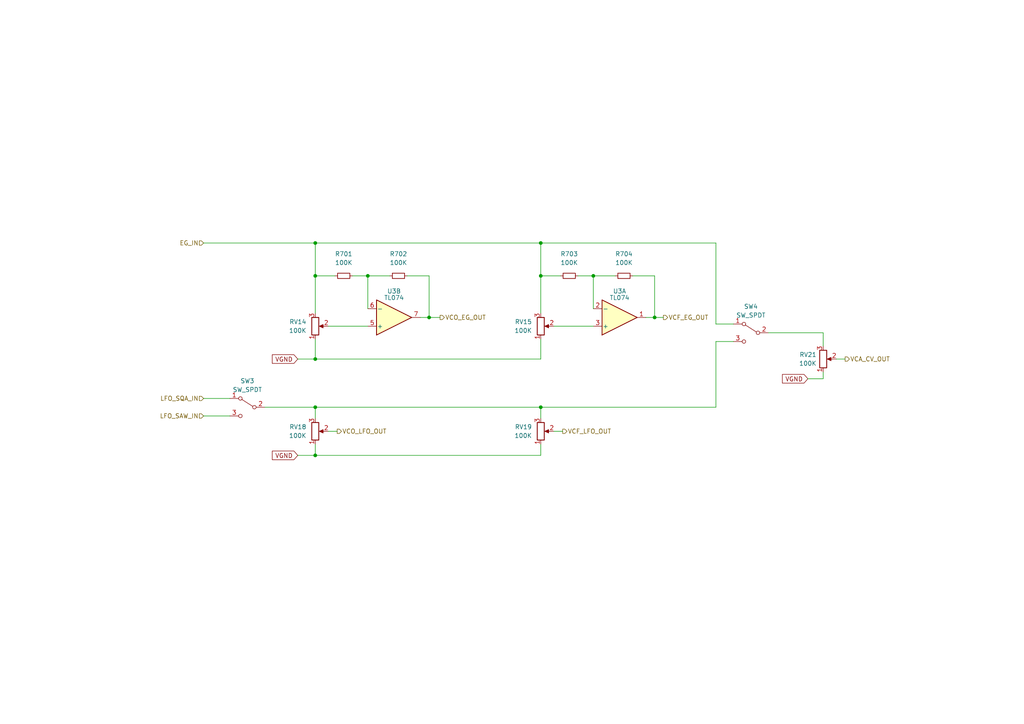
<source format=kicad_sch>
(kicad_sch (version 20211123) (generator eeschema)
  (paper "A4")
  (title_block (title "LivSynth - ModMatrix") (date "2022-07-18") (rev "${Version}") (company "SloBlo Labs"))
  (lib_symbols
    (symbol "Amplifier_Operational:TL074" (pin_names (offset 0.127))
      (property "Reference" "U" (at 0 5.08 0))
      (property "Value" "TL074" (at 0 -5.08 0))
      (symbol "TL074_1_1"
        (polyline (pts (xy -5.08 5.08) (xy 5.08 0) (xy -5.08 -5.08) (xy -5.08 5.08)) (stroke (width 0.254)) (fill (type background)))
        (pin output line (at 7.62 0 180) (length 2.54) (name "~") (number "1"))
        (pin input line (at -7.62 -2.54 0) (length 2.54) (name "-") (number "2"))
        (pin input line (at -7.62 2.54 0) (length 2.54) (name "+") (number "3"))
      )
      (symbol "TL074_2_1"
        (polyline (pts (xy -5.08 5.08) (xy 5.08 0) (xy -5.08 -5.08) (xy -5.08 5.08)) (stroke (width 0.254)) (fill (type background)))
        (pin input line (at -7.62 2.54 0) (length 2.54) (name "+") (number "5"))
        (pin input line (at -7.62 -2.54 0) (length 2.54) (name "-") (number "6"))
        (pin output line (at 7.62 0 180) (length 2.54) (name "~") (number "7"))
      )
      (symbol "TL074_3_1"
        (polyline (pts (xy -5.08 5.08) (xy 5.08 0) (xy -5.08 -5.08) (xy -5.08 5.08)) (stroke (width 0.254)) (fill (type background)))
        (pin input line (at -7.62 2.54 0) (length 2.54) (name "+") (number "10"))
        (pin output line (at 7.62 0 180) (length 2.54) (name "~") (number "8"))
        (pin input line (at -7.62 -2.54 0) (length 2.54) (name "-") (number "9"))
      )
      (symbol "TL074_4_1"
        (polyline (pts (xy -5.08 5.08) (xy 5.08 0) (xy -5.08 -5.08) (xy -5.08 5.08)) (stroke (width 0.254)) (fill (type background)))
        (pin input line (at -7.62 2.54 0) (length 2.54) (name "+") (number "12"))
        (pin input line (at -7.62 -2.54 0) (length 2.54) (name "-") (number "13"))
        (pin output line (at 7.62 0 180) (length 2.54) (name "~") (number "14"))
      )
      (symbol "TL074_5_1"
        (pin power_in line (at -2.54 -7.62 90) (length 3.81) (name "V-") (number "11"))
        (pin power_in line (at -2.54 7.62 270) (length 3.81) (name "V+") (number "4"))
      )
    )
    (symbol "Device:R_Potentiometer" (pin_names (offset 1.016) hide)
      (property "Reference" "RV" (at -4.445 0 90))
      (property "Value" "R_Potentiometer" (at -2.54 0 90))
      (symbol "R_Potentiometer_0_1"
        (polyline (pts (xy 2.54 0) (xy 1.524 0)))
        (polyline (pts (xy 1.143 0) (xy 2.286 0.508) (xy 2.286 -0.508) (xy 1.143 0)) (fill (type outline)))
        (rectangle (start 1.016 2.54) (end -1.016 -2.54) (stroke (width 0.254)))
      )
      (symbol "R_Potentiometer_1_1"
        (pin passive line (at 0 3.81 270) (length 1.27) (name "1") (number "1"))
        (pin passive line (at 3.81 0 180) (length 1.27) (name "2") (number "2"))
        (pin passive line (at 0 -3.81 90) (length 1.27) (name "3") (number "3"))
      )
    )
    (symbol "Device:R_Small" (pin_numbers hide) (pin_names (offset 0.254) hide)
      (property "Reference" "R" (at 0.762 0.508 0))
      (property "Value" "R_Small" (at 0.762 -1.016 0))
      (symbol "R_Small_0_1"
        (rectangle (start -0.762 1.778) (end 0.762 -1.778) (stroke (width 0.2032)))
      )
      (symbol "R_Small_1_1"
        (pin passive line (at 0 2.54 270) (length 0.762) (name "~") (number "1"))
        (pin passive line (at 0 -2.54 90) (length 0.762) (name "~") (number "2"))
      )
    )
    (symbol "Switch:SW_SPDT" (pin_names (offset 0) hide)
      (property "Reference" "SW" (at 0 4.318 0))
      (property "Value" "SW_SPDT" (at 0 -5.08 0))
      (symbol "SW_SPDT_0_0"
        (circle (center -2.032 0) (radius 0.508))
        (circle (center 2.032 -2.54) (radius 0.508))
      )
      (symbol "SW_SPDT_0_1"
        (polyline (pts (xy -1.524 0.254) (xy 1.651 2.286)))
        (circle (center 2.032 2.54) (radius 0.508))
      )
      (symbol "SW_SPDT_1_1"
        (pin passive line (at 5.08 2.54 180) (length 2.54) (name "A") (number "1"))
        (pin passive line (at -5.08 0 0) (length 2.54) (name "B") (number "2"))
        (pin passive line (at 5.08 -2.54 180) (length 2.54) (name "C") (number "3"))
      )
    )
  )
  (junction (at 156.845 80.01))
  (junction (at 124.46 92.075))
  (junction (at 106.68 80.01))
  (junction (at 91.44 70.485))
  (junction (at 91.44 118.11))
  (junction (at 91.44 104.14))
  (junction (at 189.865 92.075))
  (junction (at 91.44 132.08))
  (junction (at 91.44 80.01))
  (junction (at 172.085 80.01))
  (junction (at 156.845 70.485))
  (junction (at 156.845 118.11))
  (wire (pts (xy 113.03 80.01) (xy 106.68 80.01)))
  (wire (pts (xy 91.44 80.01) (xy 97.155 80.01)))
  (wire (pts (xy 207.645 118.11) (xy 207.645 99.06)))
  (wire (pts (xy 91.44 70.485) (xy 156.845 70.485)))
  (wire (pts (xy 59.055 70.485) (xy 91.44 70.485)))
  (wire (pts (xy 59.055 120.65) (xy 66.675 120.65)))
  (wire (pts (xy 167.64 80.01) (xy 172.085 80.01)))
  (wire (pts (xy 160.655 125.095) (xy 163.195 125.095)))
  (wire (pts (xy 156.845 98.425) (xy 156.845 104.14)))
  (wire (pts (xy 212.725 93.98) (xy 207.645 93.98)))
  (wire (pts (xy 242.57 104.14) (xy 245.11 104.14)))
  (wire (pts (xy 86.36 132.08) (xy 91.44 132.08)))
  (wire (pts (xy 95.25 94.615) (xy 106.68 94.615)))
  (wire (pts (xy 124.46 80.01) (xy 124.46 92.075)))
  (wire (pts (xy 207.645 70.485) (xy 156.845 70.485)))
  (wire (pts (xy 160.655 94.615) (xy 172.085 94.615)))
  (wire (pts (xy 212.725 99.06) (xy 207.645 99.06)))
  (wire (pts (xy 102.235 80.01) (xy 106.68 80.01)))
  (wire (pts (xy 207.645 93.98) (xy 207.645 70.485)))
  (wire (pts (xy 183.515 80.01) (xy 189.865 80.01)))
  (wire (pts (xy 118.11 80.01) (xy 124.46 80.01)))
  (wire (pts (xy 238.76 100.33) (xy 238.76 96.52)))
  (wire (pts (xy 178.435 80.01) (xy 172.085 80.01)))
  (wire (pts (xy 91.44 118.11) (xy 156.845 118.11)))
  (wire (pts (xy 189.865 92.075) (xy 192.405 92.075)))
  (wire (pts (xy 86.36 104.14) (xy 91.44 104.14)))
  (wire (pts (xy 106.68 80.01) (xy 106.68 89.535)))
  (wire (pts (xy 95.25 125.095) (xy 97.79 125.095)))
  (wire (pts (xy 156.845 80.01) (xy 162.56 80.01)))
  (wire (pts (xy 156.845 128.905) (xy 156.845 132.08)))
  (wire (pts (xy 156.845 121.285) (xy 156.845 118.11)))
  (wire (pts (xy 156.845 70.485) (xy 156.845 80.01)))
  (wire (pts (xy 124.46 92.075) (xy 121.92 92.075)))
  (wire (pts (xy 91.44 118.11) (xy 91.44 121.285)))
  (wire (pts (xy 234.315 109.855) (xy 238.76 109.855)))
  (wire (pts (xy 91.44 98.425) (xy 91.44 104.14)))
  (wire (pts (xy 189.865 92.075) (xy 187.325 92.075)))
  (wire (pts (xy 91.44 104.14) (xy 156.845 104.14)))
  (wire (pts (xy 91.44 128.905) (xy 91.44 132.08)))
  (wire (pts (xy 91.44 132.08) (xy 156.845 132.08)))
  (wire (pts (xy 59.055 115.57) (xy 66.675 115.57)))
  (wire (pts (xy 91.44 70.485) (xy 91.44 80.01)))
  (wire (pts (xy 156.845 118.11) (xy 207.645 118.11)))
  (wire (pts (xy 238.76 107.95) (xy 238.76 109.855)))
  (wire (pts (xy 189.865 80.01) (xy 189.865 92.075)))
  (wire (pts (xy 222.885 96.52) (xy 238.76 96.52)))
  (wire (pts (xy 172.085 80.01) (xy 172.085 89.535)))
  (wire (pts (xy 76.835 118.11) (xy 91.44 118.11)))
  (wire (pts (xy 156.845 80.01) (xy 156.845 90.805)))
  (wire (pts (xy 91.44 80.01) (xy 91.44 90.805)))
  (wire (pts (xy 124.46 92.075) (xy 127.635 92.075)))
  (global_label "VGND" (shape input) (at 86.36 132.08 180) (property "Intersheet References" "${INTERSHEET_REFS}" (effects hide)))
  (global_label "VGND" (shape input) (at 86.36 104.14 180) (property "Intersheet References" "${INTERSHEET_REFS}" (effects hide)))
  (global_label "VGND" (shape input) (at 234.315 109.855 180) (property "Intersheet References" "${INTERSHEET_REFS}" (effects hide)))
  (hierarchical_label "VCO_EG_OUT" (shape output) (at 127.635 92.075 0))
  (hierarchical_label "LFO_SAW_IN" (shape input) (at 59.055 120.65 180))
  (hierarchical_label "VCO_LFO_OUT" (shape output) (at 97.79 125.095 0))
  (hierarchical_label "VCF_LFO_OUT" (shape output) (at 163.195 125.095 0))
  (hierarchical_label "VCA_CV_OUT" (shape output) (at 245.11 104.14 0))
  (hierarchical_label "LFO_SQA_IN" (shape input) (at 59.055 115.57 180))
  (hierarchical_label "VCF_EG_OUT" (shape output) (at 192.405 92.075 0))
  (hierarchical_label "EG_IN" (shape input) (at 59.055 70.485 180))
  (symbol (lib_id "Device:R_Potentiometer") (at 156.845 94.615 0) (mirror x) (unit 1)
    (property "Reference" "RV15" (at 154.305 93.3449 0) (effects (justify right)))
    (property "Value" "100K" (at 154.305 95.8849 0) (effects (justify right)))
    (property "Footprint" "SloBlo:Alpha_RD901F" (effects hide))
  )
  (symbol (lib_id "Device:R_Potentiometer") (at 156.845 125.095 0) (mirror x) (unit 1)
    (property "Reference" "RV19" (at 154.305 123.8249 0) (effects (justify right)))
    (property "Value" "100K" (at 154.305 126.3649 0) (effects (justify right)))
    (property "Footprint" "SloBlo:Alpha_RD901F" (effects hide))
  )
  (symbol (lib_id "Device:R_Small") (at 180.975 80.01 90) (unit 1)
    (property "Reference" "R704" (at 180.975 73.66 90))
    (property "Value" "100K" (at 180.975 76.2 90))
    (property "Footprint" "Resistor_THT:R_Axial_DIN0207_L6.3mm_D2.5mm_P7.62mm_Horizontal" (effects hide))
  )
  (symbol (lib_id "Device:R_Potentiometer") (at 91.44 125.095 0) (mirror x) (unit 1)
    (property "Reference" "RV18" (at 88.9 123.8249 0) (effects (justify right)))
    (property "Value" "100K" (at 88.9 126.3649 0) (effects (justify right)))
    (property "Footprint" "SloBlo:Alpha_RD901F" (effects hide))
  )
  (symbol (lib_id "Device:R_Small") (at 165.1 80.01 90) (unit 1)
    (property "Reference" "R703" (at 165.1 73.66 90))
    (property "Value" "100K" (at 165.1 76.2 90))
    (property "Footprint" "Resistor_THT:R_Axial_DIN0207_L6.3mm_D2.5mm_P7.62mm_Horizontal" (effects hide))
  )
  (symbol (lib_id "Switch:SW_SPDT") (at 217.805 96.52 0) (mirror y) (unit 1)
    (property "Reference" "SW4" (at 217.805 88.9 0))
    (property "Value" "SW_SPDT" (at 217.805 91.44 0))
    (property "Footprint" "SloBlo:SW_Toggle_MS500C" (effects hide))
  )
  (symbol (lib_id "Device:R_Potentiometer") (at 91.44 94.615 0) (mirror x) (unit 1)
    (property "Reference" "RV14" (at 88.9 93.3449 0) (effects (justify right)))
    (property "Value" "100K" (at 88.9 95.8849 0) (effects (justify right)))
    (property "Footprint" "SloBlo:Alpha_RD901F" (effects hide))
  )
  (symbol (lib_id "Device:R_Small") (at 115.57 80.01 90) (unit 1)
    (property "Reference" "R702" (at 115.57 73.66 90))
    (property "Value" "100K" (at 115.57 76.2 90))
    (property "Footprint" "Resistor_THT:R_Axial_DIN0207_L6.3mm_D2.5mm_P7.62mm_Horizontal" (effects hide))
  )
  (symbol (lib_id "Device:R_Small") (at 99.695 80.01 90) (unit 1)
    (property "Reference" "R701" (at 99.695 73.66 90))
    (property "Value" "100K" (at 99.695 76.2 90))
    (property "Footprint" "Resistor_THT:R_Axial_DIN0207_L6.3mm_D2.5mm_P7.62mm_Horizontal" (effects hide))
  )
  (symbol (lib_id "Device:R_Potentiometer") (at 238.76 104.14 0) (mirror x) (unit 1)
    (property "Reference" "RV21" (at 236.855 102.8699 0) (effects (justify right)))
    (property "Value" "100K" (at 236.855 105.4099 0) (effects (justify right)))
    (property "Footprint" "SloBlo:Alpha_RD901F" (effects hide))
  )
  (symbol (lib_id "Amplifier_Operational:TL074") (at 179.705 92.075 0) (mirror x) (unit 1)
    (property "Reference" "U3" (at 179.705 84.455 0))
    (property "Value" "TL074" (at 179.705 86.36 0))
    (property "Footprint" "Package_SO:SOIC-14_3.9x8.7mm_P1.27mm" (effects hide))
    (property "Datasheet" "http://www.ti.com/lit/ds/symlink/tl071.pdf" (effects hide))
    (property "LCSC" "C2057504" (effects hide))
  )
  (symbol (lib_id "Switch:SW_SPDT") (at 71.755 118.11 0) (mirror y) (unit 1)
    (property "Reference" "SW3" (at 71.755 110.49 0))
    (property "Value" "SW_SPDT" (at 71.755 113.03 0))
    (property "Footprint" "SloBlo:SW_Toggle_MS500C" (effects hide))
  )
  (symbol (lib_id "Amplifier_Operational:TL074") (at 114.3 92.075 0) (mirror x) (unit 2)
    (property "Reference" "U3" (at 114.3 84.455 0))
    (property "Value" "TL074" (at 114.3 86.36 0))
    (property "Footprint" "Package_SO:SOIC-14_3.9x8.7mm_P1.27mm" (effects hide))
    (property "Datasheet" "http://www.ti.com/lit/ds/symlink/tl071.pdf" (effects hide))
    (property "LCSC" "C2057504" (effects hide))
  )
)
</source>
